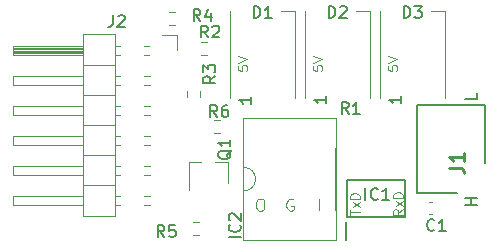
<source format=gbr>
%TF.GenerationSoftware,KiCad,Pcbnew,7.0.9*%
%TF.CreationDate,2024-01-17T02:10:25+09:00*%
%TF.ProjectId,Pmod_CAN,506d6f64-5f43-4414-9e2e-6b696361645f,rev?*%
%TF.SameCoordinates,Original*%
%TF.FileFunction,Legend,Top*%
%TF.FilePolarity,Positive*%
%FSLAX46Y46*%
G04 Gerber Fmt 4.6, Leading zero omitted, Abs format (unit mm)*
G04 Created by KiCad (PCBNEW 7.0.9) date 2024-01-17 02:10:25*
%MOMM*%
%LPD*%
G01*
G04 APERTURE LIST*
%ADD10C,0.100000*%
%ADD11C,0.150000*%
%ADD12C,0.254000*%
%ADD13C,0.200000*%
%ADD14C,0.120000*%
G04 APERTURE END LIST*
D10*
X158710495Y-93139582D02*
X158710495Y-93520534D01*
X158710495Y-93520534D02*
X159091447Y-93558630D01*
X159091447Y-93558630D02*
X159053352Y-93520534D01*
X159053352Y-93520534D02*
X159015257Y-93444344D01*
X159015257Y-93444344D02*
X159015257Y-93253868D01*
X159015257Y-93253868D02*
X159053352Y-93177677D01*
X159053352Y-93177677D02*
X159091447Y-93139582D01*
X159091447Y-93139582D02*
X159167638Y-93101487D01*
X159167638Y-93101487D02*
X159358114Y-93101487D01*
X159358114Y-93101487D02*
X159434304Y-93139582D01*
X159434304Y-93139582D02*
X159472400Y-93177677D01*
X159472400Y-93177677D02*
X159510495Y-93253868D01*
X159510495Y-93253868D02*
X159510495Y-93444344D01*
X159510495Y-93444344D02*
X159472400Y-93520534D01*
X159472400Y-93520534D02*
X159434304Y-93558630D01*
X158710495Y-92872915D02*
X159510495Y-92606248D01*
X159510495Y-92606248D02*
X158710495Y-92339582D01*
X146010495Y-93139582D02*
X146010495Y-93520534D01*
X146010495Y-93520534D02*
X146391447Y-93558630D01*
X146391447Y-93558630D02*
X146353352Y-93520534D01*
X146353352Y-93520534D02*
X146315257Y-93444344D01*
X146315257Y-93444344D02*
X146315257Y-93253868D01*
X146315257Y-93253868D02*
X146353352Y-93177677D01*
X146353352Y-93177677D02*
X146391447Y-93139582D01*
X146391447Y-93139582D02*
X146467638Y-93101487D01*
X146467638Y-93101487D02*
X146658114Y-93101487D01*
X146658114Y-93101487D02*
X146734304Y-93139582D01*
X146734304Y-93139582D02*
X146772400Y-93177677D01*
X146772400Y-93177677D02*
X146810495Y-93253868D01*
X146810495Y-93253868D02*
X146810495Y-93444344D01*
X146810495Y-93444344D02*
X146772400Y-93520534D01*
X146772400Y-93520534D02*
X146734304Y-93558630D01*
X146010495Y-92872915D02*
X146810495Y-92606248D01*
X146810495Y-92606248D02*
X146010495Y-92339582D01*
X152360495Y-93139582D02*
X152360495Y-93520534D01*
X152360495Y-93520534D02*
X152741447Y-93558630D01*
X152741447Y-93558630D02*
X152703352Y-93520534D01*
X152703352Y-93520534D02*
X152665257Y-93444344D01*
X152665257Y-93444344D02*
X152665257Y-93253868D01*
X152665257Y-93253868D02*
X152703352Y-93177677D01*
X152703352Y-93177677D02*
X152741447Y-93139582D01*
X152741447Y-93139582D02*
X152817638Y-93101487D01*
X152817638Y-93101487D02*
X153008114Y-93101487D01*
X153008114Y-93101487D02*
X153084304Y-93139582D01*
X153084304Y-93139582D02*
X153122400Y-93177677D01*
X153122400Y-93177677D02*
X153160495Y-93253868D01*
X153160495Y-93253868D02*
X153160495Y-93444344D01*
X153160495Y-93444344D02*
X153122400Y-93520534D01*
X153122400Y-93520534D02*
X153084304Y-93558630D01*
X152360495Y-92872915D02*
X153160495Y-92606248D01*
X153160495Y-92606248D02*
X152360495Y-92339582D01*
D11*
X166239819Y-104946220D02*
X165239819Y-104946220D01*
X165716009Y-104946220D02*
X165716009Y-104374792D01*
X166239819Y-104374792D02*
X165239819Y-104374792D01*
D10*
X155510095Y-105776020D02*
X155510095Y-105318877D01*
X156310095Y-105547449D02*
X155510095Y-105547449D01*
X156310095Y-105128401D02*
X155776761Y-104709353D01*
X155776761Y-105128401D02*
X156310095Y-104709353D01*
X156310095Y-104404591D02*
X155510095Y-104404591D01*
X155510095Y-104404591D02*
X155510095Y-104214115D01*
X155510095Y-104214115D02*
X155548190Y-104099829D01*
X155548190Y-104099829D02*
X155624380Y-104023639D01*
X155624380Y-104023639D02*
X155700571Y-103985544D01*
X155700571Y-103985544D02*
X155852952Y-103947448D01*
X155852952Y-103947448D02*
X155967238Y-103947448D01*
X155967238Y-103947448D02*
X156119619Y-103985544D01*
X156119619Y-103985544D02*
X156195809Y-104023639D01*
X156195809Y-104023639D02*
X156272000Y-104099829D01*
X156272000Y-104099829D02*
X156310095Y-104214115D01*
X156310095Y-104214115D02*
X156310095Y-104404591D01*
D11*
X166239819Y-95453030D02*
X166239819Y-95929220D01*
X166239819Y-95929220D02*
X165239819Y-95929220D01*
D10*
X159967695Y-105306191D02*
X159586742Y-105572858D01*
X159967695Y-105763334D02*
X159167695Y-105763334D01*
X159167695Y-105763334D02*
X159167695Y-105458572D01*
X159167695Y-105458572D02*
X159205790Y-105382382D01*
X159205790Y-105382382D02*
X159243885Y-105344287D01*
X159243885Y-105344287D02*
X159320076Y-105306191D01*
X159320076Y-105306191D02*
X159434361Y-105306191D01*
X159434361Y-105306191D02*
X159510552Y-105344287D01*
X159510552Y-105344287D02*
X159548647Y-105382382D01*
X159548647Y-105382382D02*
X159586742Y-105458572D01*
X159586742Y-105458572D02*
X159586742Y-105763334D01*
X159967695Y-105039525D02*
X159434361Y-104620477D01*
X159434361Y-105039525D02*
X159967695Y-104620477D01*
X159967695Y-104315715D02*
X159167695Y-104315715D01*
X159167695Y-104315715D02*
X159167695Y-104125239D01*
X159167695Y-104125239D02*
X159205790Y-104010953D01*
X159205790Y-104010953D02*
X159281980Y-103934763D01*
X159281980Y-103934763D02*
X159358171Y-103896668D01*
X159358171Y-103896668D02*
X159510552Y-103858572D01*
X159510552Y-103858572D02*
X159624838Y-103858572D01*
X159624838Y-103858572D02*
X159777219Y-103896668D01*
X159777219Y-103896668D02*
X159853409Y-103934763D01*
X159853409Y-103934763D02*
X159929600Y-104010953D01*
X159929600Y-104010953D02*
X159967695Y-104125239D01*
X159967695Y-104125239D02*
X159967695Y-104315715D01*
D11*
X156808610Y-104493219D02*
X156808610Y-103493219D01*
X157856228Y-104397980D02*
X157808609Y-104445600D01*
X157808609Y-104445600D02*
X157665752Y-104493219D01*
X157665752Y-104493219D02*
X157570514Y-104493219D01*
X157570514Y-104493219D02*
X157427657Y-104445600D01*
X157427657Y-104445600D02*
X157332419Y-104350361D01*
X157332419Y-104350361D02*
X157284800Y-104255123D01*
X157284800Y-104255123D02*
X157237181Y-104064647D01*
X157237181Y-104064647D02*
X157237181Y-103921790D01*
X157237181Y-103921790D02*
X157284800Y-103731314D01*
X157284800Y-103731314D02*
X157332419Y-103636076D01*
X157332419Y-103636076D02*
X157427657Y-103540838D01*
X157427657Y-103540838D02*
X157570514Y-103493219D01*
X157570514Y-103493219D02*
X157665752Y-103493219D01*
X157665752Y-103493219D02*
X157808609Y-103540838D01*
X157808609Y-103540838D02*
X157856228Y-103588457D01*
X158808609Y-104493219D02*
X158237181Y-104493219D01*
X158522895Y-104493219D02*
X158522895Y-103493219D01*
X158522895Y-103493219D02*
X158427657Y-103636076D01*
X158427657Y-103636076D02*
X158332419Y-103731314D01*
X158332419Y-103731314D02*
X158237181Y-103778933D01*
X135429666Y-88862819D02*
X135429666Y-89577104D01*
X135429666Y-89577104D02*
X135382047Y-89719961D01*
X135382047Y-89719961D02*
X135286809Y-89815200D01*
X135286809Y-89815200D02*
X135143952Y-89862819D01*
X135143952Y-89862819D02*
X135048714Y-89862819D01*
X135858238Y-88958057D02*
X135905857Y-88910438D01*
X135905857Y-88910438D02*
X136001095Y-88862819D01*
X136001095Y-88862819D02*
X136239190Y-88862819D01*
X136239190Y-88862819D02*
X136334428Y-88910438D01*
X136334428Y-88910438D02*
X136382047Y-88958057D01*
X136382047Y-88958057D02*
X136429666Y-89053295D01*
X136429666Y-89053295D02*
X136429666Y-89148533D01*
X136429666Y-89148533D02*
X136382047Y-89291390D01*
X136382047Y-89291390D02*
X135810619Y-89862819D01*
X135810619Y-89862819D02*
X136429666Y-89862819D01*
X162647333Y-107039580D02*
X162599714Y-107087200D01*
X162599714Y-107087200D02*
X162456857Y-107134819D01*
X162456857Y-107134819D02*
X162361619Y-107134819D01*
X162361619Y-107134819D02*
X162218762Y-107087200D01*
X162218762Y-107087200D02*
X162123524Y-106991961D01*
X162123524Y-106991961D02*
X162075905Y-106896723D01*
X162075905Y-106896723D02*
X162028286Y-106706247D01*
X162028286Y-106706247D02*
X162028286Y-106563390D01*
X162028286Y-106563390D02*
X162075905Y-106372914D01*
X162075905Y-106372914D02*
X162123524Y-106277676D01*
X162123524Y-106277676D02*
X162218762Y-106182438D01*
X162218762Y-106182438D02*
X162361619Y-106134819D01*
X162361619Y-106134819D02*
X162456857Y-106134819D01*
X162456857Y-106134819D02*
X162599714Y-106182438D01*
X162599714Y-106182438D02*
X162647333Y-106230057D01*
X163599714Y-107134819D02*
X163028286Y-107134819D01*
X163314000Y-107134819D02*
X163314000Y-106134819D01*
X163314000Y-106134819D02*
X163218762Y-106277676D01*
X163218762Y-106277676D02*
X163123524Y-106372914D01*
X163123524Y-106372914D02*
X163028286Y-106420533D01*
X160043905Y-89100819D02*
X160043905Y-88100819D01*
X160043905Y-88100819D02*
X160282000Y-88100819D01*
X160282000Y-88100819D02*
X160424857Y-88148438D01*
X160424857Y-88148438D02*
X160520095Y-88243676D01*
X160520095Y-88243676D02*
X160567714Y-88338914D01*
X160567714Y-88338914D02*
X160615333Y-88529390D01*
X160615333Y-88529390D02*
X160615333Y-88672247D01*
X160615333Y-88672247D02*
X160567714Y-88862723D01*
X160567714Y-88862723D02*
X160520095Y-88957961D01*
X160520095Y-88957961D02*
X160424857Y-89053200D01*
X160424857Y-89053200D02*
X160282000Y-89100819D01*
X160282000Y-89100819D02*
X160043905Y-89100819D01*
X160948667Y-88100819D02*
X161567714Y-88100819D01*
X161567714Y-88100819D02*
X161234381Y-88481771D01*
X161234381Y-88481771D02*
X161377238Y-88481771D01*
X161377238Y-88481771D02*
X161472476Y-88529390D01*
X161472476Y-88529390D02*
X161520095Y-88577009D01*
X161520095Y-88577009D02*
X161567714Y-88672247D01*
X161567714Y-88672247D02*
X161567714Y-88910342D01*
X161567714Y-88910342D02*
X161520095Y-89005580D01*
X161520095Y-89005580D02*
X161472476Y-89053200D01*
X161472476Y-89053200D02*
X161377238Y-89100819D01*
X161377238Y-89100819D02*
X161091524Y-89100819D01*
X161091524Y-89100819D02*
X160996286Y-89053200D01*
X160996286Y-89053200D02*
X160948667Y-89005580D01*
X159839819Y-95740085D02*
X159839819Y-96311513D01*
X159839819Y-96025799D02*
X158839819Y-96025799D01*
X158839819Y-96025799D02*
X158982676Y-96121037D01*
X158982676Y-96121037D02*
X159077914Y-96216275D01*
X159077914Y-96216275D02*
X159125533Y-96311513D01*
X139787333Y-107642819D02*
X139454000Y-107166628D01*
X139215905Y-107642819D02*
X139215905Y-106642819D01*
X139215905Y-106642819D02*
X139596857Y-106642819D01*
X139596857Y-106642819D02*
X139692095Y-106690438D01*
X139692095Y-106690438D02*
X139739714Y-106738057D01*
X139739714Y-106738057D02*
X139787333Y-106833295D01*
X139787333Y-106833295D02*
X139787333Y-106976152D01*
X139787333Y-106976152D02*
X139739714Y-107071390D01*
X139739714Y-107071390D02*
X139692095Y-107119009D01*
X139692095Y-107119009D02*
X139596857Y-107166628D01*
X139596857Y-107166628D02*
X139215905Y-107166628D01*
X140692095Y-106642819D02*
X140215905Y-106642819D01*
X140215905Y-106642819D02*
X140168286Y-107119009D01*
X140168286Y-107119009D02*
X140215905Y-107071390D01*
X140215905Y-107071390D02*
X140311143Y-107023771D01*
X140311143Y-107023771D02*
X140549238Y-107023771D01*
X140549238Y-107023771D02*
X140644476Y-107071390D01*
X140644476Y-107071390D02*
X140692095Y-107119009D01*
X140692095Y-107119009D02*
X140739714Y-107214247D01*
X140739714Y-107214247D02*
X140739714Y-107452342D01*
X140739714Y-107452342D02*
X140692095Y-107547580D01*
X140692095Y-107547580D02*
X140644476Y-107595200D01*
X140644476Y-107595200D02*
X140549238Y-107642819D01*
X140549238Y-107642819D02*
X140311143Y-107642819D01*
X140311143Y-107642819D02*
X140215905Y-107595200D01*
X140215905Y-107595200D02*
X140168286Y-107547580D01*
X143470333Y-90751819D02*
X143137000Y-90275628D01*
X142898905Y-90751819D02*
X142898905Y-89751819D01*
X142898905Y-89751819D02*
X143279857Y-89751819D01*
X143279857Y-89751819D02*
X143375095Y-89799438D01*
X143375095Y-89799438D02*
X143422714Y-89847057D01*
X143422714Y-89847057D02*
X143470333Y-89942295D01*
X143470333Y-89942295D02*
X143470333Y-90085152D01*
X143470333Y-90085152D02*
X143422714Y-90180390D01*
X143422714Y-90180390D02*
X143375095Y-90228009D01*
X143375095Y-90228009D02*
X143279857Y-90275628D01*
X143279857Y-90275628D02*
X142898905Y-90275628D01*
X143851286Y-89847057D02*
X143898905Y-89799438D01*
X143898905Y-89799438D02*
X143994143Y-89751819D01*
X143994143Y-89751819D02*
X144232238Y-89751819D01*
X144232238Y-89751819D02*
X144327476Y-89799438D01*
X144327476Y-89799438D02*
X144375095Y-89847057D01*
X144375095Y-89847057D02*
X144422714Y-89942295D01*
X144422714Y-89942295D02*
X144422714Y-90037533D01*
X144422714Y-90037533D02*
X144375095Y-90180390D01*
X144375095Y-90180390D02*
X143803667Y-90751819D01*
X143803667Y-90751819D02*
X144422714Y-90751819D01*
X155382933Y-97228819D02*
X155049600Y-96752628D01*
X154811505Y-97228819D02*
X154811505Y-96228819D01*
X154811505Y-96228819D02*
X155192457Y-96228819D01*
X155192457Y-96228819D02*
X155287695Y-96276438D01*
X155287695Y-96276438D02*
X155335314Y-96324057D01*
X155335314Y-96324057D02*
X155382933Y-96419295D01*
X155382933Y-96419295D02*
X155382933Y-96562152D01*
X155382933Y-96562152D02*
X155335314Y-96657390D01*
X155335314Y-96657390D02*
X155287695Y-96705009D01*
X155287695Y-96705009D02*
X155192457Y-96752628D01*
X155192457Y-96752628D02*
X154811505Y-96752628D01*
X156335314Y-97228819D02*
X155763886Y-97228819D01*
X156049600Y-97228819D02*
X156049600Y-96228819D01*
X156049600Y-96228819D02*
X155954362Y-96371676D01*
X155954362Y-96371676D02*
X155859124Y-96466914D01*
X155859124Y-96466914D02*
X155763886Y-96514533D01*
X153693905Y-89100819D02*
X153693905Y-88100819D01*
X153693905Y-88100819D02*
X153932000Y-88100819D01*
X153932000Y-88100819D02*
X154074857Y-88148438D01*
X154074857Y-88148438D02*
X154170095Y-88243676D01*
X154170095Y-88243676D02*
X154217714Y-88338914D01*
X154217714Y-88338914D02*
X154265333Y-88529390D01*
X154265333Y-88529390D02*
X154265333Y-88672247D01*
X154265333Y-88672247D02*
X154217714Y-88862723D01*
X154217714Y-88862723D02*
X154170095Y-88957961D01*
X154170095Y-88957961D02*
X154074857Y-89053200D01*
X154074857Y-89053200D02*
X153932000Y-89100819D01*
X153932000Y-89100819D02*
X153693905Y-89100819D01*
X154646286Y-88196057D02*
X154693905Y-88148438D01*
X154693905Y-88148438D02*
X154789143Y-88100819D01*
X154789143Y-88100819D02*
X155027238Y-88100819D01*
X155027238Y-88100819D02*
X155122476Y-88148438D01*
X155122476Y-88148438D02*
X155170095Y-88196057D01*
X155170095Y-88196057D02*
X155217714Y-88291295D01*
X155217714Y-88291295D02*
X155217714Y-88386533D01*
X155217714Y-88386533D02*
X155170095Y-88529390D01*
X155170095Y-88529390D02*
X154598667Y-89100819D01*
X154598667Y-89100819D02*
X155217714Y-89100819D01*
X153489819Y-95740085D02*
X153489819Y-96311513D01*
X153489819Y-96025799D02*
X152489819Y-96025799D01*
X152489819Y-96025799D02*
X152632676Y-96121037D01*
X152632676Y-96121037D02*
X152727914Y-96216275D01*
X152727914Y-96216275D02*
X152775533Y-96311513D01*
D12*
X163896318Y-101769332D02*
X164803461Y-101769332D01*
X164803461Y-101769332D02*
X164984889Y-101829809D01*
X164984889Y-101829809D02*
X165105842Y-101950761D01*
X165105842Y-101950761D02*
X165166318Y-102132190D01*
X165166318Y-102132190D02*
X165166318Y-102253142D01*
X165166318Y-100499332D02*
X165166318Y-101225047D01*
X165166318Y-100862190D02*
X163896318Y-100862190D01*
X163896318Y-100862190D02*
X164077746Y-100983142D01*
X164077746Y-100983142D02*
X164198699Y-101104094D01*
X164198699Y-101104094D02*
X164259175Y-101225047D01*
D11*
X147343905Y-89100819D02*
X147343905Y-88100819D01*
X147343905Y-88100819D02*
X147582000Y-88100819D01*
X147582000Y-88100819D02*
X147724857Y-88148438D01*
X147724857Y-88148438D02*
X147820095Y-88243676D01*
X147820095Y-88243676D02*
X147867714Y-88338914D01*
X147867714Y-88338914D02*
X147915333Y-88529390D01*
X147915333Y-88529390D02*
X147915333Y-88672247D01*
X147915333Y-88672247D02*
X147867714Y-88862723D01*
X147867714Y-88862723D02*
X147820095Y-88957961D01*
X147820095Y-88957961D02*
X147724857Y-89053200D01*
X147724857Y-89053200D02*
X147582000Y-89100819D01*
X147582000Y-89100819D02*
X147343905Y-89100819D01*
X148867714Y-89100819D02*
X148296286Y-89100819D01*
X148582000Y-89100819D02*
X148582000Y-88100819D01*
X148582000Y-88100819D02*
X148486762Y-88243676D01*
X148486762Y-88243676D02*
X148391524Y-88338914D01*
X148391524Y-88338914D02*
X148296286Y-88386533D01*
X147139819Y-95777085D02*
X147139819Y-96348513D01*
X147139819Y-96062799D02*
X146139819Y-96062799D01*
X146139819Y-96062799D02*
X146282676Y-96158037D01*
X146282676Y-96158037D02*
X146377914Y-96253275D01*
X146377914Y-96253275D02*
X146425533Y-96348513D01*
X144255833Y-97482819D02*
X143922500Y-97006628D01*
X143684405Y-97482819D02*
X143684405Y-96482819D01*
X143684405Y-96482819D02*
X144065357Y-96482819D01*
X144065357Y-96482819D02*
X144160595Y-96530438D01*
X144160595Y-96530438D02*
X144208214Y-96578057D01*
X144208214Y-96578057D02*
X144255833Y-96673295D01*
X144255833Y-96673295D02*
X144255833Y-96816152D01*
X144255833Y-96816152D02*
X144208214Y-96911390D01*
X144208214Y-96911390D02*
X144160595Y-96959009D01*
X144160595Y-96959009D02*
X144065357Y-97006628D01*
X144065357Y-97006628D02*
X143684405Y-97006628D01*
X145112976Y-96482819D02*
X144922500Y-96482819D01*
X144922500Y-96482819D02*
X144827262Y-96530438D01*
X144827262Y-96530438D02*
X144779643Y-96578057D01*
X144779643Y-96578057D02*
X144684405Y-96720914D01*
X144684405Y-96720914D02*
X144636786Y-96911390D01*
X144636786Y-96911390D02*
X144636786Y-97292342D01*
X144636786Y-97292342D02*
X144684405Y-97387580D01*
X144684405Y-97387580D02*
X144732024Y-97435200D01*
X144732024Y-97435200D02*
X144827262Y-97482819D01*
X144827262Y-97482819D02*
X145017738Y-97482819D01*
X145017738Y-97482819D02*
X145112976Y-97435200D01*
X145112976Y-97435200D02*
X145160595Y-97387580D01*
X145160595Y-97387580D02*
X145208214Y-97292342D01*
X145208214Y-97292342D02*
X145208214Y-97054247D01*
X145208214Y-97054247D02*
X145160595Y-96959009D01*
X145160595Y-96959009D02*
X145112976Y-96911390D01*
X145112976Y-96911390D02*
X145017738Y-96863771D01*
X145017738Y-96863771D02*
X144827262Y-96863771D01*
X144827262Y-96863771D02*
X144732024Y-96911390D01*
X144732024Y-96911390D02*
X144684405Y-96959009D01*
X144684405Y-96959009D02*
X144636786Y-97054247D01*
X142835333Y-89354819D02*
X142502000Y-88878628D01*
X142263905Y-89354819D02*
X142263905Y-88354819D01*
X142263905Y-88354819D02*
X142644857Y-88354819D01*
X142644857Y-88354819D02*
X142740095Y-88402438D01*
X142740095Y-88402438D02*
X142787714Y-88450057D01*
X142787714Y-88450057D02*
X142835333Y-88545295D01*
X142835333Y-88545295D02*
X142835333Y-88688152D01*
X142835333Y-88688152D02*
X142787714Y-88783390D01*
X142787714Y-88783390D02*
X142740095Y-88831009D01*
X142740095Y-88831009D02*
X142644857Y-88878628D01*
X142644857Y-88878628D02*
X142263905Y-88878628D01*
X143692476Y-88688152D02*
X143692476Y-89354819D01*
X143454381Y-88307200D02*
X143216286Y-89021485D01*
X143216286Y-89021485D02*
X143835333Y-89021485D01*
X145457057Y-100298238D02*
X145409438Y-100393476D01*
X145409438Y-100393476D02*
X145314200Y-100488714D01*
X145314200Y-100488714D02*
X145171342Y-100631571D01*
X145171342Y-100631571D02*
X145123723Y-100726809D01*
X145123723Y-100726809D02*
X145123723Y-100822047D01*
X145361819Y-100774428D02*
X145314200Y-100869666D01*
X145314200Y-100869666D02*
X145218961Y-100964904D01*
X145218961Y-100964904D02*
X145028485Y-101012523D01*
X145028485Y-101012523D02*
X144695152Y-101012523D01*
X144695152Y-101012523D02*
X144504676Y-100964904D01*
X144504676Y-100964904D02*
X144409438Y-100869666D01*
X144409438Y-100869666D02*
X144361819Y-100774428D01*
X144361819Y-100774428D02*
X144361819Y-100583952D01*
X144361819Y-100583952D02*
X144409438Y-100488714D01*
X144409438Y-100488714D02*
X144504676Y-100393476D01*
X144504676Y-100393476D02*
X144695152Y-100345857D01*
X144695152Y-100345857D02*
X145028485Y-100345857D01*
X145028485Y-100345857D02*
X145218961Y-100393476D01*
X145218961Y-100393476D02*
X145314200Y-100488714D01*
X145314200Y-100488714D02*
X145361819Y-100583952D01*
X145361819Y-100583952D02*
X145361819Y-100774428D01*
X145361819Y-99393476D02*
X145361819Y-99964904D01*
X145361819Y-99679190D02*
X144361819Y-99679190D01*
X144361819Y-99679190D02*
X144504676Y-99774428D01*
X144504676Y-99774428D02*
X144599914Y-99869666D01*
X144599914Y-99869666D02*
X144647533Y-99964904D01*
X144091819Y-94019666D02*
X143615628Y-94352999D01*
X144091819Y-94591094D02*
X143091819Y-94591094D01*
X143091819Y-94591094D02*
X143091819Y-94210142D01*
X143091819Y-94210142D02*
X143139438Y-94114904D01*
X143139438Y-94114904D02*
X143187057Y-94067285D01*
X143187057Y-94067285D02*
X143282295Y-94019666D01*
X143282295Y-94019666D02*
X143425152Y-94019666D01*
X143425152Y-94019666D02*
X143520390Y-94067285D01*
X143520390Y-94067285D02*
X143568009Y-94114904D01*
X143568009Y-94114904D02*
X143615628Y-94210142D01*
X143615628Y-94210142D02*
X143615628Y-94591094D01*
X143091819Y-93686332D02*
X143091819Y-93067285D01*
X143091819Y-93067285D02*
X143472771Y-93400618D01*
X143472771Y-93400618D02*
X143472771Y-93257761D01*
X143472771Y-93257761D02*
X143520390Y-93162523D01*
X143520390Y-93162523D02*
X143568009Y-93114904D01*
X143568009Y-93114904D02*
X143663247Y-93067285D01*
X143663247Y-93067285D02*
X143901342Y-93067285D01*
X143901342Y-93067285D02*
X143996580Y-93114904D01*
X143996580Y-93114904D02*
X144044200Y-93162523D01*
X144044200Y-93162523D02*
X144091819Y-93257761D01*
X144091819Y-93257761D02*
X144091819Y-93543475D01*
X144091819Y-93543475D02*
X144044200Y-93638713D01*
X144044200Y-93638713D02*
X143996580Y-93686332D01*
X146250819Y-107656189D02*
X145250819Y-107656189D01*
X146155580Y-106608571D02*
X146203200Y-106656190D01*
X146203200Y-106656190D02*
X146250819Y-106799047D01*
X146250819Y-106799047D02*
X146250819Y-106894285D01*
X146250819Y-106894285D02*
X146203200Y-107037142D01*
X146203200Y-107037142D02*
X146107961Y-107132380D01*
X146107961Y-107132380D02*
X146012723Y-107179999D01*
X146012723Y-107179999D02*
X145822247Y-107227618D01*
X145822247Y-107227618D02*
X145679390Y-107227618D01*
X145679390Y-107227618D02*
X145488914Y-107179999D01*
X145488914Y-107179999D02*
X145393676Y-107132380D01*
X145393676Y-107132380D02*
X145298438Y-107037142D01*
X145298438Y-107037142D02*
X145250819Y-106894285D01*
X145250819Y-106894285D02*
X145250819Y-106799047D01*
X145250819Y-106799047D02*
X145298438Y-106656190D01*
X145298438Y-106656190D02*
X145346057Y-106608571D01*
X145346057Y-106227618D02*
X145298438Y-106179999D01*
X145298438Y-106179999D02*
X145250819Y-106084761D01*
X145250819Y-106084761D02*
X145250819Y-105846666D01*
X145250819Y-105846666D02*
X145298438Y-105751428D01*
X145298438Y-105751428D02*
X145346057Y-105703809D01*
X145346057Y-105703809D02*
X145441295Y-105656190D01*
X145441295Y-105656190D02*
X145536533Y-105656190D01*
X145536533Y-105656190D02*
X145679390Y-105703809D01*
X145679390Y-105703809D02*
X146250819Y-106275237D01*
X146250819Y-106275237D02*
X146250819Y-105656190D01*
D10*
X152858115Y-104394580D02*
X152858115Y-105394580D01*
X150687693Y-104457038D02*
X150592455Y-104409419D01*
X150592455Y-104409419D02*
X150449598Y-104409419D01*
X150449598Y-104409419D02*
X150306741Y-104457038D01*
X150306741Y-104457038D02*
X150211503Y-104552276D01*
X150211503Y-104552276D02*
X150163884Y-104647514D01*
X150163884Y-104647514D02*
X150116265Y-104837990D01*
X150116265Y-104837990D02*
X150116265Y-104980847D01*
X150116265Y-104980847D02*
X150163884Y-105171323D01*
X150163884Y-105171323D02*
X150211503Y-105266561D01*
X150211503Y-105266561D02*
X150306741Y-105361800D01*
X150306741Y-105361800D02*
X150449598Y-105409419D01*
X150449598Y-105409419D02*
X150544836Y-105409419D01*
X150544836Y-105409419D02*
X150687693Y-105361800D01*
X150687693Y-105361800D02*
X150735312Y-105314180D01*
X150735312Y-105314180D02*
X150735312Y-104980847D01*
X150735312Y-104980847D02*
X150544836Y-104980847D01*
X147814360Y-104409419D02*
X148004836Y-104409419D01*
X148004836Y-104409419D02*
X148100074Y-104457038D01*
X148100074Y-104457038D02*
X148195312Y-104552276D01*
X148195312Y-104552276D02*
X148242931Y-104742752D01*
X148242931Y-104742752D02*
X148242931Y-105076085D01*
X148242931Y-105076085D02*
X148195312Y-105266561D01*
X148195312Y-105266561D02*
X148100074Y-105361800D01*
X148100074Y-105361800D02*
X148004836Y-105409419D01*
X148004836Y-105409419D02*
X147814360Y-105409419D01*
X147814360Y-105409419D02*
X147719122Y-105361800D01*
X147719122Y-105361800D02*
X147623884Y-105266561D01*
X147623884Y-105266561D02*
X147576265Y-105076085D01*
X147576265Y-105076085D02*
X147576265Y-104742752D01*
X147576265Y-104742752D02*
X147623884Y-104552276D01*
X147623884Y-104552276D02*
X147719122Y-104457038D01*
X147719122Y-104457038D02*
X147814360Y-104409419D01*
D13*
%TO.C,IC1*%
X155129000Y-107894000D02*
X155129000Y-106344000D01*
X155284000Y-105994000D02*
X155284000Y-102794000D01*
X160184000Y-105994000D02*
X155284000Y-105994000D01*
X155284000Y-102794000D02*
X160184000Y-102794000D01*
X160184000Y-102794000D02*
X160184000Y-105994000D01*
D14*
%TO.C,J2*%
X126933000Y-91441000D02*
X126933000Y-92201000D01*
X126933000Y-92201000D02*
X132933000Y-92201000D01*
X126933000Y-93981000D02*
X126933000Y-94741000D01*
X126933000Y-94741000D02*
X132933000Y-94741000D01*
X126933000Y-96521000D02*
X126933000Y-97281000D01*
X126933000Y-97281000D02*
X132933000Y-97281000D01*
X126933000Y-99061000D02*
X126933000Y-99821000D01*
X126933000Y-99821000D02*
X132933000Y-99821000D01*
X126933000Y-101601000D02*
X126933000Y-102361000D01*
X126933000Y-102361000D02*
X132933000Y-102361000D01*
X126933000Y-104141000D02*
X126933000Y-104901000D01*
X126933000Y-104901000D02*
X132933000Y-104901000D01*
X132933000Y-90491000D02*
X135593000Y-90491000D01*
X132933000Y-91441000D02*
X126933000Y-91441000D01*
X132933000Y-91501000D02*
X126933000Y-91501000D01*
X132933000Y-91621000D02*
X126933000Y-91621000D01*
X132933000Y-91741000D02*
X126933000Y-91741000D01*
X132933000Y-91861000D02*
X126933000Y-91861000D01*
X132933000Y-91981000D02*
X126933000Y-91981000D01*
X132933000Y-92101000D02*
X126933000Y-92101000D01*
X132933000Y-93981000D02*
X126933000Y-93981000D01*
X132933000Y-96521000D02*
X126933000Y-96521000D01*
X132933000Y-99061000D02*
X126933000Y-99061000D01*
X132933000Y-101601000D02*
X126933000Y-101601000D01*
X132933000Y-104141000D02*
X126933000Y-104141000D01*
X132933000Y-105851000D02*
X132933000Y-90491000D01*
X135593000Y-90491000D02*
X135593000Y-105851000D01*
X135593000Y-93091000D02*
X132933000Y-93091000D01*
X135593000Y-95631000D02*
X132933000Y-95631000D01*
X135593000Y-98171000D02*
X132933000Y-98171000D01*
X135593000Y-100711000D02*
X132933000Y-100711000D01*
X135593000Y-103251000D02*
X132933000Y-103251000D01*
X135593000Y-105851000D02*
X132933000Y-105851000D01*
X135990071Y-91441000D02*
X135593000Y-91441000D01*
X135990071Y-92201000D02*
X135593000Y-92201000D01*
X135990071Y-93981000D02*
X135593000Y-93981000D01*
X135990071Y-94741000D02*
X135593000Y-94741000D01*
X135990071Y-96521000D02*
X135593000Y-96521000D01*
X135990071Y-97281000D02*
X135593000Y-97281000D01*
X135990071Y-99061000D02*
X135593000Y-99061000D01*
X135990071Y-99821000D02*
X135593000Y-99821000D01*
X135990071Y-101601000D02*
X135593000Y-101601000D01*
X135990071Y-102361000D02*
X135593000Y-102361000D01*
X135990071Y-104141000D02*
X135593000Y-104141000D01*
X135990071Y-104901000D02*
X135593000Y-104901000D01*
X138463000Y-91441000D02*
X138075929Y-91441000D01*
X138463000Y-92201000D02*
X138075929Y-92201000D01*
X138530071Y-93981000D02*
X138075929Y-93981000D01*
X138530071Y-94741000D02*
X138075929Y-94741000D01*
X138530071Y-96521000D02*
X138075929Y-96521000D01*
X138530071Y-97281000D02*
X138075929Y-97281000D01*
X138530071Y-99061000D02*
X138075929Y-99061000D01*
X138530071Y-99821000D02*
X138075929Y-99821000D01*
X138530071Y-101601000D02*
X138075929Y-101601000D01*
X138530071Y-102361000D02*
X138075929Y-102361000D01*
X138530071Y-104141000D02*
X138075929Y-104141000D01*
X138530071Y-104901000D02*
X138075929Y-104901000D01*
X140843000Y-90551000D02*
X139573000Y-90551000D01*
X140843000Y-91821000D02*
X140843000Y-90551000D01*
%TO.C,C1*%
X162452267Y-105666000D02*
X162159733Y-105666000D01*
X162452267Y-104646000D02*
X162159733Y-104646000D01*
%TO.C,D3*%
X158032000Y-95852000D02*
X158032000Y-88552000D01*
X163532000Y-95852000D02*
X163532000Y-88552000D01*
X163532000Y-88552000D02*
X162382000Y-88552000D01*
%TO.C,R5*%
X142239276Y-106411500D02*
X142748724Y-106411500D01*
X142239276Y-107456500D02*
X142748724Y-107456500D01*
%TO.C,R2*%
X142850776Y-91171500D02*
X143360224Y-91171500D01*
X142850776Y-92216500D02*
X143360224Y-92216500D01*
%TO.C,D2*%
X151682000Y-95852000D02*
X151682000Y-88552000D01*
X157182000Y-95852000D02*
X157182000Y-88552000D01*
X157182000Y-88552000D02*
X156032000Y-88552000D01*
D13*
%TO.C,J1*%
X161192000Y-103886000D02*
X164592000Y-103886000D01*
X166942000Y-101346000D02*
X166942000Y-96486000D01*
X161192000Y-96486000D02*
X161192000Y-103886000D01*
X166942000Y-96486000D02*
X161192000Y-96486000D01*
D14*
%TO.C,D1*%
X145332000Y-95852000D02*
X145332000Y-88552000D01*
X150832000Y-95852000D02*
X150832000Y-88552000D01*
X150832000Y-88552000D02*
X149682000Y-88552000D01*
%TO.C,R6*%
X144017276Y-97775500D02*
X144526724Y-97775500D01*
X144017276Y-98820500D02*
X144526724Y-98820500D01*
%TO.C,R4*%
X140207276Y-88631500D02*
X140716724Y-88631500D01*
X140207276Y-89676500D02*
X140716724Y-89676500D01*
%TO.C,Q1*%
X141860000Y-103684000D02*
X141860000Y-101284000D01*
X145160000Y-103084000D02*
X145160000Y-101284000D01*
X141860000Y-101284000D02*
X142910000Y-101284000D01*
X145160000Y-101284000D02*
X144110000Y-101284000D01*
%TO.C,R3*%
X141717500Y-95758724D02*
X141717500Y-95249276D01*
X142762500Y-95758724D02*
X142762500Y-95249276D01*
%TO.C,IC2*%
X146438000Y-107883000D02*
X154298000Y-107883000D01*
X154298000Y-107883000D02*
X154298000Y-97603000D01*
X154238000Y-105393000D02*
X154238000Y-100093000D01*
X146438000Y-97603000D02*
X146438000Y-107883000D01*
X154298000Y-97603000D02*
X146438000Y-97603000D01*
X146498000Y-103743000D02*
G75*
G03*
X146498000Y-101743000I0J1000000D01*
G01*
%TD*%
M02*

</source>
